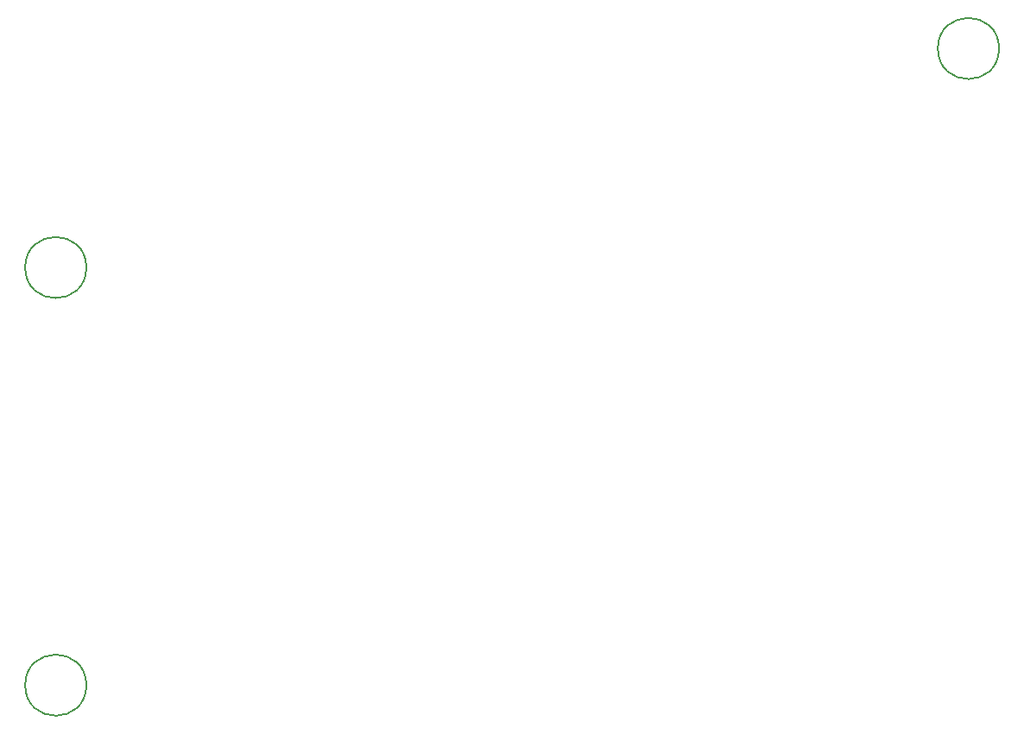
<source format=gbr>
G04 #@! TF.FileFunction,Other,Comment*
%FSLAX46Y46*%
G04 Gerber Fmt 4.6, Leading zero omitted, Abs format (unit mm)*
G04 Created by KiCad (PCBNEW 4.0.2-stable) date 4/8/2016 7:07:07 PM*
%MOMM*%
G01*
G04 APERTURE LIST*
%ADD10C,0.100000*%
%ADD11C,0.150000*%
G04 APERTURE END LIST*
D10*
D11*
X93000000Y-126000000D02*
G75*
G03X93000000Y-126000000I-3000000J0D01*
G01*
X93000000Y-85000000D02*
G75*
G03X93000000Y-85000000I-3000000J0D01*
G01*
X182500000Y-63500000D02*
G75*
G03X182500000Y-63500000I-3000000J0D01*
G01*
M02*

</source>
